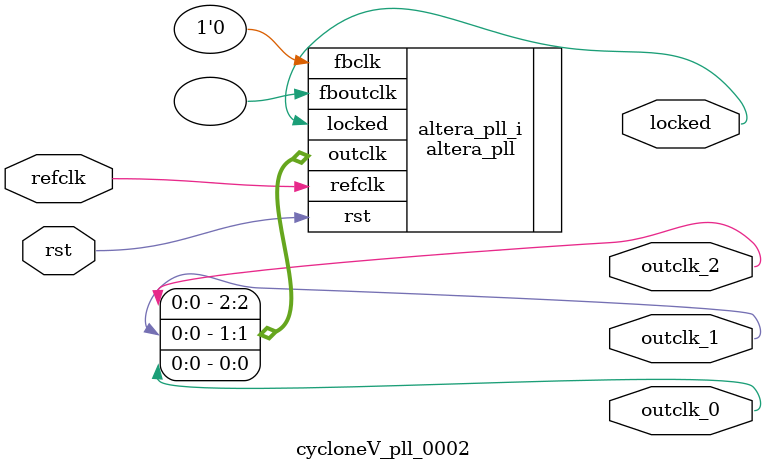
<source format=v>
`timescale 1ns/10ps
module  cycloneV_pll_0002(

	// interface 'refclk'
	input wire refclk,

	// interface 'reset'
	input wire rst,

	// interface 'outclk0'
	output wire outclk_0,

	// interface 'outclk1'
	output wire outclk_1,

	// interface 'outclk2'
	output wire outclk_2,

	// interface 'locked'
	output wire locked
);

	altera_pll #(
		.fractional_vco_multiplier("false"),
		.reference_clock_frequency("50.0 MHz"),
		.operation_mode("direct"),
		.number_of_clocks(3),
		.output_clock_frequency0("25.000000 MHz"),
		.phase_shift0("0 ps"),
		.duty_cycle0(50),
		.output_clock_frequency1("50.000000 MHz"),
		.phase_shift1("0 ps"),
		.duty_cycle1(50),
		.output_clock_frequency2("100.000000 MHz"),
		.phase_shift2("0 ps"),
		.duty_cycle2(50),
		.output_clock_frequency3("0 MHz"),
		.phase_shift3("0 ps"),
		.duty_cycle3(50),
		.output_clock_frequency4("0 MHz"),
		.phase_shift4("0 ps"),
		.duty_cycle4(50),
		.output_clock_frequency5("0 MHz"),
		.phase_shift5("0 ps"),
		.duty_cycle5(50),
		.output_clock_frequency6("0 MHz"),
		.phase_shift6("0 ps"),
		.duty_cycle6(50),
		.output_clock_frequency7("0 MHz"),
		.phase_shift7("0 ps"),
		.duty_cycle7(50),
		.output_clock_frequency8("0 MHz"),
		.phase_shift8("0 ps"),
		.duty_cycle8(50),
		.output_clock_frequency9("0 MHz"),
		.phase_shift9("0 ps"),
		.duty_cycle9(50),
		.output_clock_frequency10("0 MHz"),
		.phase_shift10("0 ps"),
		.duty_cycle10(50),
		.output_clock_frequency11("0 MHz"),
		.phase_shift11("0 ps"),
		.duty_cycle11(50),
		.output_clock_frequency12("0 MHz"),
		.phase_shift12("0 ps"),
		.duty_cycle12(50),
		.output_clock_frequency13("0 MHz"),
		.phase_shift13("0 ps"),
		.duty_cycle13(50),
		.output_clock_frequency14("0 MHz"),
		.phase_shift14("0 ps"),
		.duty_cycle14(50),
		.output_clock_frequency15("0 MHz"),
		.phase_shift15("0 ps"),
		.duty_cycle15(50),
		.output_clock_frequency16("0 MHz"),
		.phase_shift16("0 ps"),
		.duty_cycle16(50),
		.output_clock_frequency17("0 MHz"),
		.phase_shift17("0 ps"),
		.duty_cycle17(50),
		.pll_type("General"),
		.pll_subtype("General")
	) altera_pll_i (
		.rst	(rst),
		.outclk	({outclk_2, outclk_1, outclk_0}),
		.locked	(locked),
		.fboutclk	( ),
		.fbclk	(1'b0),
		.refclk	(refclk)
	);
endmodule


</source>
